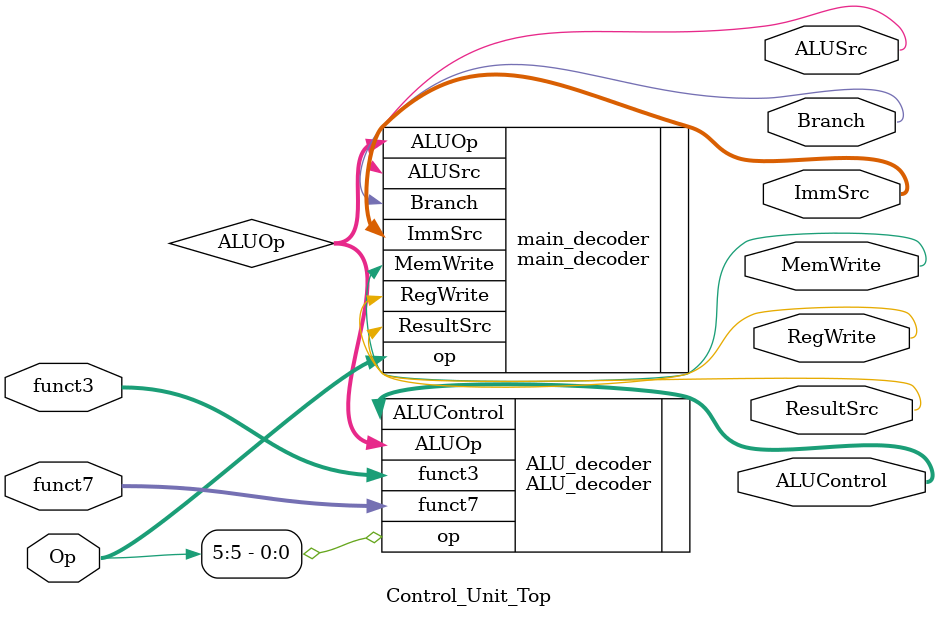
<source format=v>

module Control_Unit_Top(Op,RegWrite,ImmSrc,ALUSrc,MemWrite,ResultSrc,Branch,funct3,funct7,ALUControl);
input [6:0]Op,funct7;
input [2:0] funct3;
output RegWrite,MemWrite,ALUSrc,ResultSrc,Branch;
output[1:0] ImmSrc;
output[2:0] ALUControl;

wire [1:0]ALUOp;

main_decoder main_decoder(.op(Op),
                         .Branch(Branch),
                         .RegWrite(RegWrite),
                         .MemWrite(MemWrite),
                         .ImmSrc(ImmSrc),
                         .ResultSrc(ResultSrc),
                         .ALUSrc(ALUSrc),
                         .ALUOp(ALUOp)
                         
);
ALU_decoder ALU_decoder(.ALUOp(ALUOp),
                        .op(Op[5]),
                        .funct3(funct3),
                        .funct7(funct7),
                        .ALUControl(ALUControl)
);

   
endmodule

</source>
